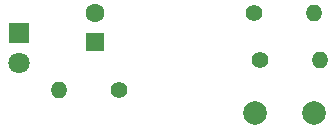
<source format=gbr>
%TF.GenerationSoftware,KiCad,Pcbnew,8.0.5*%
%TF.CreationDate,2024-09-16T17:09:01+05:30*%
%TF.ProjectId,FLASH,464c4153-482e-46b6-9963-61645f706362,rev?*%
%TF.SameCoordinates,Original*%
%TF.FileFunction,Soldermask,Bot*%
%TF.FilePolarity,Negative*%
%FSLAX46Y46*%
G04 Gerber Fmt 4.6, Leading zero omitted, Abs format (unit mm)*
G04 Created by KiCad (PCBNEW 8.0.5) date 2024-09-16 17:09:01*
%MOMM*%
%LPD*%
G01*
G04 APERTURE LIST*
%ADD10O,1.400000X1.400000*%
%ADD11C,1.400000*%
%ADD12R,1.800000X1.800000*%
%ADD13C,1.800000*%
%ADD14C,2.000000*%
%ADD15R,1.600000X1.600000*%
%ADD16C,1.600000*%
G04 APERTURE END LIST*
D10*
%TO.C,R3*%
X125920000Y-115000000D03*
D11*
X131000000Y-115000000D03*
%TD*%
D10*
%TO.C,R2*%
X147500000Y-108500000D03*
D11*
X142420000Y-108500000D03*
%TD*%
D10*
%TO.C,R1*%
X148040000Y-112500000D03*
D11*
X142960000Y-112500000D03*
%TD*%
D12*
%TO.C,D1*%
X122500000Y-110225000D03*
D13*
X122500000Y-112765000D03*
%TD*%
D14*
%TO.C,C2*%
X142500000Y-117000000D03*
X147500000Y-117000000D03*
%TD*%
D15*
%TO.C,C1*%
X129000000Y-111000000D03*
D16*
X129000000Y-108500000D03*
%TD*%
M02*

</source>
